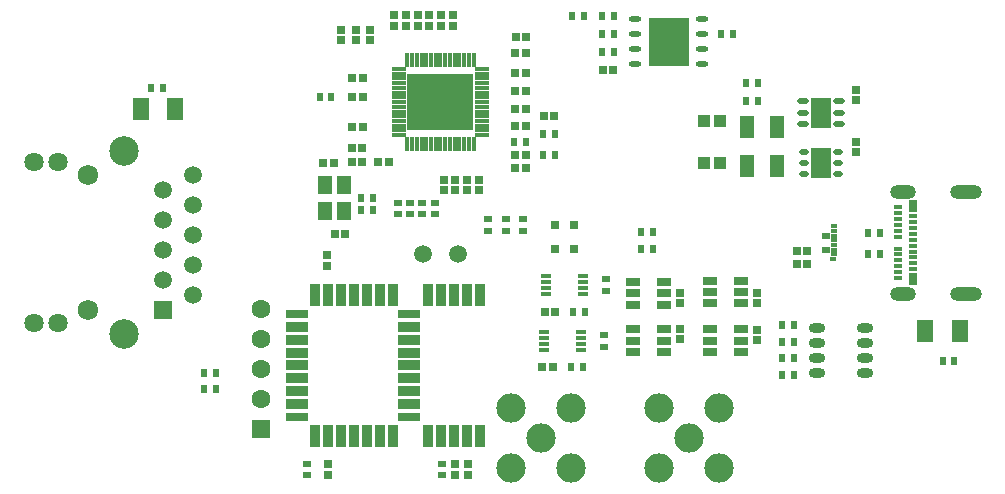
<source format=gts>
G04*
G04 #@! TF.GenerationSoftware,Altium Limited,Altium Designer,24.4.1 (13)*
G04*
G04 Layer_Color=8388736*
%FSLAX44Y44*%
%MOMM*%
G71*
G04*
G04 #@! TF.SameCoordinates,ACC96D32-63CC-4302-8C89-0BD74F9CC5ED*
G04*
G04*
G04 #@! TF.FilePolarity,Negative*
G04*
G01*
G75*
G04:AMPARAMS|DCode=30|XSize=1.05mm|YSize=0.45mm|CornerRadius=0.225mm|HoleSize=0mm|Usage=FLASHONLY|Rotation=180.000|XOffset=0mm|YOffset=0mm|HoleType=Round|Shape=RoundedRectangle|*
%AMROUNDEDRECTD30*
21,1,1.0500,0.0000,0,0,180.0*
21,1,0.6000,0.4500,0,0,180.0*
1,1,0.4500,-0.3000,0.0000*
1,1,0.4500,0.3000,0.0000*
1,1,0.4500,0.3000,0.0000*
1,1,0.4500,-0.3000,0.0000*
%
%ADD30ROUNDEDRECTD30*%
%ADD31R,3.5000X4.1000*%
%ADD33R,0.8000X0.8000*%
%ADD45R,0.8000X0.4000*%
%ADD46R,0.8000X1.1000*%
%ADD47R,0.9000X1.9000*%
%ADD48R,1.9000X0.8000*%
%ADD49R,1.9000X0.9000*%
%ADD50R,0.9500X0.4000*%
%ADD51R,1.2000X0.3000*%
%ADD52R,0.3000X1.2000*%
%ADD53R,5.7000X4.7000*%
%ADD54R,1.4000X1.9000*%
%ADD55R,0.7000X0.6000*%
%ADD56C,1.5000*%
%ADD57R,0.7000X0.7400*%
%ADD58R,0.6000X0.7000*%
%ADD59R,0.7400X0.7000*%
%ADD60R,1.2500X0.7000*%
%ADD61R,0.5000X0.3500*%
%ADD62R,0.7500X0.6000*%
%ADD63R,0.6000X0.3500*%
%ADD64R,1.7500X2.5000*%
%ADD65O,1.0000X0.5000*%
%ADD66R,1.0000X1.1000*%
%ADD67R,1.3000X1.5000*%
%ADD68O,1.3700X0.8600*%
%ADD69O,0.8000X0.5000*%
%ADD70R,1.3000X1.8500*%
%ADD71O,2.7000X1.2000*%
%ADD72O,2.2000X1.2000*%
%ADD73C,2.4850*%
%ADD74C,1.6000*%
%ADD75R,1.6000X1.6000*%
%ADD76C,0.1000*%
%ADD77C,1.7250*%
%ADD78C,2.5000*%
%ADD79C,1.6300*%
%ADD80R,1.5000X1.5000*%
%ADD81C,0.7000*%
D30*
X981500Y760950D02*
D03*
Y773650D02*
D03*
Y786350D02*
D03*
Y799050D02*
D03*
X924500D02*
D03*
Y786350D02*
D03*
Y773650D02*
D03*
Y760950D02*
D03*
D31*
X953000Y780000D02*
D03*
D33*
X856750Y605000D02*
D03*
X873250D02*
D03*
Y625000D02*
D03*
X856750D02*
D03*
D45*
X1160000Y607500D02*
D03*
Y587500D02*
D03*
Y592500D02*
D03*
Y597500D02*
D03*
Y602500D02*
D03*
Y612500D02*
D03*
Y617500D02*
D03*
Y622500D02*
D03*
Y627500D02*
D03*
Y632500D02*
D03*
X1147000Y615000D02*
D03*
Y640000D02*
D03*
Y635000D02*
D03*
Y630000D02*
D03*
Y625000D02*
D03*
Y620000D02*
D03*
Y580000D02*
D03*
Y605000D02*
D03*
Y600000D02*
D03*
Y595000D02*
D03*
Y590000D02*
D03*
Y585000D02*
D03*
D46*
X1160000Y579000D02*
D03*
X1160100Y641000D02*
D03*
D47*
X653500Y446000D02*
D03*
X664500D02*
D03*
X675500D02*
D03*
X686500D02*
D03*
X697500D02*
D03*
X708500D02*
D03*
X719500D02*
D03*
X749500D02*
D03*
X760500D02*
D03*
X771500D02*
D03*
X782500D02*
D03*
X793500D02*
D03*
Y566000D02*
D03*
X782500D02*
D03*
X771500D02*
D03*
X760500D02*
D03*
X749500D02*
D03*
X719500D02*
D03*
X708500D02*
D03*
X697500D02*
D03*
X686500D02*
D03*
X675500D02*
D03*
X664500D02*
D03*
X653500D02*
D03*
D48*
X638500Y550000D02*
D03*
Y462000D02*
D03*
X733500D02*
D03*
Y550000D02*
D03*
D49*
X638500Y539000D02*
D03*
Y528000D02*
D03*
Y517000D02*
D03*
Y506000D02*
D03*
Y495000D02*
D03*
Y484000D02*
D03*
Y473000D02*
D03*
X733500D02*
D03*
Y484000D02*
D03*
Y495000D02*
D03*
Y506000D02*
D03*
Y517000D02*
D03*
Y528000D02*
D03*
Y539000D02*
D03*
D50*
X880750Y566500D02*
D03*
Y571500D02*
D03*
Y576500D02*
D03*
Y581500D02*
D03*
X849250D02*
D03*
Y576500D02*
D03*
Y571500D02*
D03*
Y566500D02*
D03*
X878750Y519500D02*
D03*
Y524500D02*
D03*
Y529500D02*
D03*
Y534500D02*
D03*
X847250D02*
D03*
Y529500D02*
D03*
Y524500D02*
D03*
Y519500D02*
D03*
D51*
X724409Y757000D02*
D03*
Y753000D02*
D03*
Y749000D02*
D03*
Y745000D02*
D03*
Y741000D02*
D03*
Y737000D02*
D03*
Y733000D02*
D03*
Y729000D02*
D03*
Y725000D02*
D03*
Y721000D02*
D03*
Y717000D02*
D03*
Y713000D02*
D03*
Y709000D02*
D03*
Y705000D02*
D03*
Y701000D02*
D03*
X795409D02*
D03*
Y705000D02*
D03*
Y709000D02*
D03*
Y713000D02*
D03*
Y717000D02*
D03*
Y721000D02*
D03*
Y725000D02*
D03*
Y729000D02*
D03*
Y733000D02*
D03*
Y737000D02*
D03*
Y741000D02*
D03*
Y745000D02*
D03*
Y749000D02*
D03*
Y753000D02*
D03*
Y757000D02*
D03*
D52*
X731909Y693500D02*
D03*
X735909D02*
D03*
X739909D02*
D03*
X743909D02*
D03*
X747909D02*
D03*
X751909D02*
D03*
X755909D02*
D03*
X759909D02*
D03*
X763909D02*
D03*
X767909D02*
D03*
X771909D02*
D03*
X775909D02*
D03*
X779909D02*
D03*
X783909D02*
D03*
X787909D02*
D03*
Y764500D02*
D03*
X783909D02*
D03*
X779909D02*
D03*
X775909D02*
D03*
X771909D02*
D03*
X767909D02*
D03*
X763909D02*
D03*
X759909D02*
D03*
X755909D02*
D03*
X751909D02*
D03*
X747909D02*
D03*
X743909D02*
D03*
X739909D02*
D03*
X735909D02*
D03*
X731909D02*
D03*
D53*
X759909Y729000D02*
D03*
D54*
X535500Y723000D02*
D03*
X506500D02*
D03*
X1199500Y535000D02*
D03*
X1170500D02*
D03*
D55*
X744000Y634000D02*
D03*
Y644000D02*
D03*
X830000Y620000D02*
D03*
Y630000D02*
D03*
X900000Y579000D02*
D03*
Y569000D02*
D03*
X761000Y413000D02*
D03*
Y423000D02*
D03*
X647000Y413000D02*
D03*
Y423000D02*
D03*
X724000Y644000D02*
D03*
Y634000D02*
D03*
X815000Y630000D02*
D03*
Y620000D02*
D03*
X755000Y644000D02*
D03*
Y634000D02*
D03*
X734000D02*
D03*
Y644000D02*
D03*
X898000Y522000D02*
D03*
Y532000D02*
D03*
X800000Y630000D02*
D03*
Y620000D02*
D03*
D56*
X775000Y600000D02*
D03*
X745000D02*
D03*
X550000Y667200D02*
D03*
X524600Y654500D02*
D03*
X550000Y641800D02*
D03*
X524600Y629100D02*
D03*
X550000Y616400D02*
D03*
X524600Y603700D02*
D03*
X550000Y591000D02*
D03*
X524600Y578300D02*
D03*
X550000Y565600D02*
D03*
D57*
X823258Y738500D02*
D03*
X832058D02*
D03*
X823158Y709000D02*
D03*
X831958D02*
D03*
X856900Y551500D02*
D03*
X848100D02*
D03*
X684658Y678000D02*
D03*
X693458D02*
D03*
X684658Y690500D02*
D03*
X693458D02*
D03*
X715958Y678000D02*
D03*
X707158D02*
D03*
X847158Y717000D02*
D03*
X855958D02*
D03*
X1070400Y603000D02*
D03*
X1061600D02*
D03*
X897542Y756500D02*
D03*
X906342D02*
D03*
X670600Y617500D02*
D03*
X679400D02*
D03*
X669400Y677500D02*
D03*
X660600D02*
D03*
X832400Y784000D02*
D03*
X823600D02*
D03*
X685158Y733000D02*
D03*
X693958D02*
D03*
X854900Y504500D02*
D03*
X846100D02*
D03*
X1070400Y592000D02*
D03*
X1061600D02*
D03*
X685158Y708000D02*
D03*
X693958D02*
D03*
X831958Y673000D02*
D03*
X823158D02*
D03*
X685158Y749000D02*
D03*
X693958D02*
D03*
X831958Y754000D02*
D03*
X823158D02*
D03*
X831958Y770750D02*
D03*
X823158D02*
D03*
Y723000D02*
D03*
X831958D02*
D03*
Y684000D02*
D03*
X823158D02*
D03*
D58*
X856558Y702000D02*
D03*
X846558D02*
D03*
X906942Y771500D02*
D03*
X896942D02*
D03*
X896442Y802000D02*
D03*
X906442D02*
D03*
X882500Y551500D02*
D03*
X872500D02*
D03*
X1049000Y540000D02*
D03*
X1059000D02*
D03*
X1122000Y618000D02*
D03*
X1132000D02*
D03*
Y600000D02*
D03*
X1122000D02*
D03*
X1029002Y745170D02*
D03*
X1019002D02*
D03*
Y730170D02*
D03*
X1029002D02*
D03*
X692500Y647500D02*
D03*
X702500D02*
D03*
X1049000Y512000D02*
D03*
X1059000D02*
D03*
X1185000Y510000D02*
D03*
X1195000D02*
D03*
X896942Y786500D02*
D03*
X906942D02*
D03*
X832558Y695000D02*
D03*
X822558D02*
D03*
X1049000Y526000D02*
D03*
X1059000D02*
D03*
X846558Y684000D02*
D03*
X856558D02*
D03*
X940000Y605000D02*
D03*
X930000D02*
D03*
X702500Y637500D02*
D03*
X692500D02*
D03*
X870500Y504500D02*
D03*
X880500D02*
D03*
X560000Y486000D02*
D03*
X570000D02*
D03*
X881442Y802000D02*
D03*
X871442D02*
D03*
X667558Y733000D02*
D03*
X657558D02*
D03*
X940000Y619000D02*
D03*
X930000D02*
D03*
X997442Y786500D02*
D03*
X1007442D02*
D03*
X560000Y500000D02*
D03*
X570000D02*
D03*
X1049000Y498000D02*
D03*
X1059000D02*
D03*
X515000Y741000D02*
D03*
X525000D02*
D03*
D59*
X782558Y663400D02*
D03*
Y654600D02*
D03*
X792558Y654600D02*
D03*
Y663400D02*
D03*
X1028000Y536400D02*
D03*
Y527600D02*
D03*
X1112002Y730770D02*
D03*
Y739570D02*
D03*
X783000Y413600D02*
D03*
Y422400D02*
D03*
X772000Y422400D02*
D03*
Y413600D02*
D03*
X665000Y413600D02*
D03*
Y422400D02*
D03*
X664000Y599400D02*
D03*
Y590600D02*
D03*
X963000Y558600D02*
D03*
Y567400D02*
D03*
X700558Y781600D02*
D03*
Y790400D02*
D03*
X1112002Y695170D02*
D03*
Y686370D02*
D03*
X772558Y663400D02*
D03*
Y654600D02*
D03*
X770558Y793600D02*
D03*
Y802400D02*
D03*
X688058Y790400D02*
D03*
Y781600D02*
D03*
X760558Y793600D02*
D03*
Y802400D02*
D03*
X675558Y790400D02*
D03*
Y781600D02*
D03*
X750558Y802400D02*
D03*
Y793600D02*
D03*
X730558D02*
D03*
Y802400D02*
D03*
X740558D02*
D03*
Y793600D02*
D03*
X720558Y802400D02*
D03*
Y793600D02*
D03*
X1028000Y567400D02*
D03*
Y558600D02*
D03*
X762558Y654600D02*
D03*
Y663400D02*
D03*
X962500Y536900D02*
D03*
Y528100D02*
D03*
D60*
X1014000Y536500D02*
D03*
Y527000D02*
D03*
Y517500D02*
D03*
X988000D02*
D03*
Y527000D02*
D03*
Y536500D02*
D03*
X988000Y577500D02*
D03*
Y568000D02*
D03*
Y558500D02*
D03*
X1014000D02*
D03*
Y568000D02*
D03*
Y577500D02*
D03*
X949000Y536500D02*
D03*
Y527000D02*
D03*
Y517500D02*
D03*
X923000D02*
D03*
Y527000D02*
D03*
Y536500D02*
D03*
X923000Y576500D02*
D03*
Y567000D02*
D03*
Y557500D02*
D03*
X949000D02*
D03*
Y567000D02*
D03*
Y576500D02*
D03*
D61*
X1093000Y600000D02*
D03*
Y616000D02*
D03*
Y612000D02*
D03*
Y604000D02*
D03*
Y608000D02*
D03*
Y620000D02*
D03*
Y624000D02*
D03*
D62*
X1086250Y604200D02*
D03*
Y615800D02*
D03*
D63*
X1092500Y596000D02*
D03*
D64*
X1082002Y720170D02*
D03*
X1082002Y677670D02*
D03*
D65*
X1097252Y729670D02*
D03*
Y720170D02*
D03*
Y710670D02*
D03*
X1066752D02*
D03*
Y720170D02*
D03*
Y729670D02*
D03*
D66*
X982752Y712670D02*
D03*
X996252D02*
D03*
X982752Y677670D02*
D03*
X996252D02*
D03*
D67*
X662000Y658500D02*
D03*
X678000D02*
D03*
X662000Y636500D02*
D03*
X678000D02*
D03*
D68*
X1119500Y499950D02*
D03*
Y512650D02*
D03*
X1119500Y525350D02*
D03*
X1078500D02*
D03*
Y512650D02*
D03*
Y499950D02*
D03*
Y538050D02*
D03*
X1119500D02*
D03*
D69*
X1067752Y687170D02*
D03*
Y677670D02*
D03*
Y668170D02*
D03*
X1096252D02*
D03*
Y677670D02*
D03*
Y687170D02*
D03*
D70*
X1019252Y675170D02*
D03*
X1044752D02*
D03*
Y707670D02*
D03*
X1019252D02*
D03*
D71*
X1204600Y566600D02*
D03*
Y653000D02*
D03*
D72*
X1151100Y566800D02*
D03*
Y653200D02*
D03*
D73*
X870400Y470400D02*
D03*
X819600D02*
D03*
Y419600D02*
D03*
X870400D02*
D03*
X845000Y445000D02*
D03*
X995400Y470400D02*
D03*
X944600D02*
D03*
Y419600D02*
D03*
X995400D02*
D03*
X970000Y445000D02*
D03*
D74*
X608000Y528200D02*
D03*
Y553600D02*
D03*
Y502800D02*
D03*
Y477400D02*
D03*
D75*
Y452000D02*
D03*
D76*
X550000Y435000D02*
D03*
Y785000D02*
D03*
X1050000D02*
D03*
Y435000D02*
D03*
D77*
X461100Y667200D02*
D03*
Y552900D02*
D03*
D78*
X491600Y687550D02*
D03*
Y532550D02*
D03*
D79*
X415400Y542200D02*
D03*
X435700D02*
D03*
X415400Y677900D02*
D03*
X435700D02*
D03*
D80*
X524600Y552900D02*
D03*
D81*
X963000Y765000D02*
D03*
X943000D02*
D03*
Y795000D02*
D03*
X963000D02*
D03*
X953000Y780000D02*
D03*
X1082002Y725670D02*
D03*
X1082000Y716000D02*
D03*
X1082002Y683170D02*
D03*
Y672170D02*
D03*
M02*

</source>
